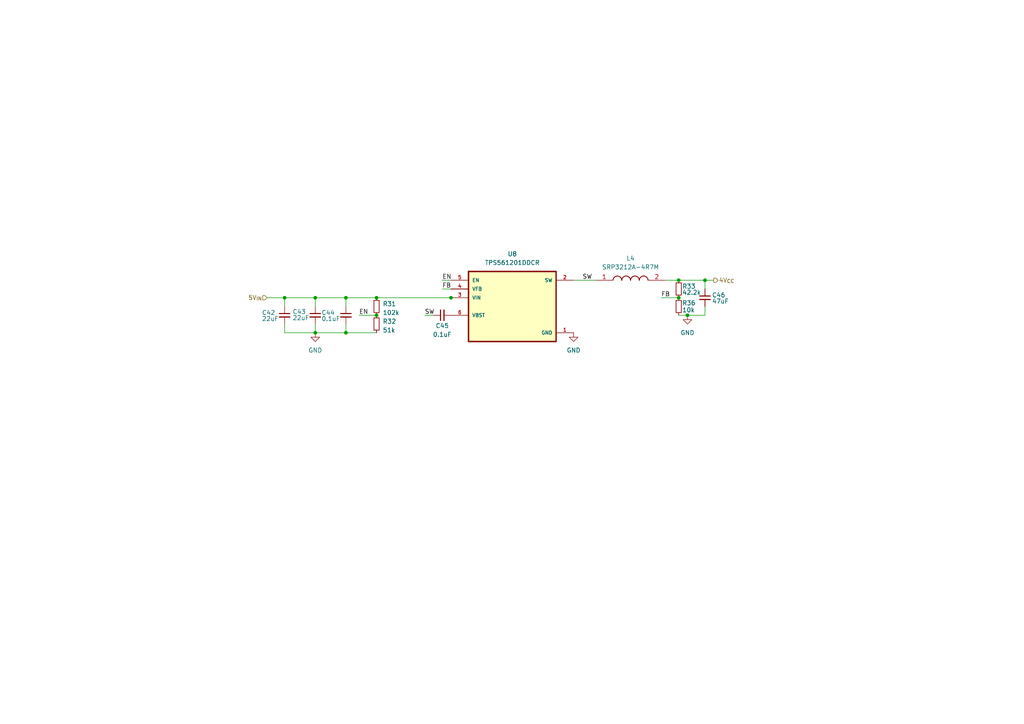
<source format=kicad_sch>
(kicad_sch (version 20240101) (generator "eeschema") (generator_version "8.99")
  (paper "A4")
  (lib_symbols
    (symbol "Device:C_Small" (pin_numbers hide) (pin_names (offset 0.254) hide)
      (property "Reference" "C" (at 0.254 1.778 0))
      (property "Value" "C_Small" (at 0.254 -2.032 0))
      (symbol "C_Small_0_1"
        (polyline (pts (xy -1.524 -0.508) (xy 1.524 -0.508)) (stroke (width 0.3302)))
        (polyline (pts (xy -1.524 0.508) (xy 1.524 0.508)) (stroke (width 0.3048)))
      )
      (symbol "C_Small_1_1"
        (pin passive line (at 0 2.54 270) (length 2.032) (name "~") (number "1"))
        (pin passive line (at 0 -2.54 90) (length 2.032) (name "~") (number "2"))
      )
    )
    (symbol "Device:R_Small" (pin_numbers hide) (pin_names (offset 0.254) hide)
      (property "Reference" "R" (at 0.762 0.508 0))
      (property "Value" "R_Small" (at 0.762 -1.016 0))
      (symbol "R_Small_0_1"
        (rectangle (start -0.762 1.778) (end 0.762 -1.778) (stroke (width 0.2032)))
      )
      (symbol "R_Small_1_1"
        (pin passive line (at 0 2.54 270) (length 0.762) (name "~") (number "1"))
        (pin passive line (at 0 -2.54 90) (length 0.762) (name "~") (number "2"))
      )
    )
    (symbol "SRP3212A-4R7M:SRP3212A-4R7M" (pin_names hide)
      (property "Reference" "L" (at 16.51 6.35 0))
      (property "Value" "SRP3212A-4R7M" (at 16.51 3.81 0))
      (symbol "SRP3212A-4R7M_1_1"
        (arc (start 7.62 0) (mid 6.35 1.219) (end 5.08 0) (stroke (width 0.254)))
        (arc (start 10.16 0) (mid 8.89 1.219) (end 7.62 0) (stroke (width 0.254)))
        (arc (start 12.7 0) (mid 11.43 1.219) (end 10.16 0) (stroke (width 0.254)))
        (arc (start 15.24 0) (mid 13.97 1.219) (end 12.7 0) (stroke (width 0.254)))
        (pin passive line (at 0 0 0) (length 5.08) (name "1") (number "1"))
        (pin passive line (at 20.32 0 180) (length 5.08) (name "2") (number "2"))
      )
    )
    (symbol "TPS561201DDCR:TPS561201DDCR" (pin_names (offset 1.016))
      (property "Reference" "U" (at -12.7 11.16 0))
      (property "Value" "TPS561201DDCR" (at -12.7 -14.16 0))
      (symbol "TPS561201DDCR_0_0"
        (rectangle (start -12.7 -10.16) (end 12.7 10.16) (stroke (width 0.41)) (fill (type background)))
        (pin power_in line (at 17.78 -7.62 180) (length 5.08) (name "GND") (number "1"))
        (pin output line (at 17.78 7.62 180) (length 5.08) (name "SW") (number "2"))
        (pin input line (at -17.78 2.54 0) (length 5.08) (name "VIN") (number "3"))
        (pin input line (at -17.78 5.08 0) (length 5.08) (name "VFB") (number "4"))
        (pin input line (at -17.78 7.62 0) (length 5.08) (name "EN") (number "5"))
        (pin bidirectional line (at -17.78 -2.54 0) (length 5.08) (name "VBST") (number "6"))
      )
    )
    (symbol "power:GND" (power) (pin_numbers hide) (pin_names (offset 0) hide)
      (property "Value" "GND" (at 0 -3.81 0))
      (symbol "GND_0_1"
        (polyline (pts (xy 0 0) (xy 0 -1.27) (xy 1.27 -1.27) (xy 0 -2.54) (xy -1.27 -1.27) (xy 0 -1.27)))
      )
      (symbol "GND_1_1"
        (pin power_in line (at 0 0 270) (length 0) (name "~") (number "1"))
      )
    )
  )
  (junction (at 109.22 86.36))
  (junction (at 109.22 91.44))
  (junction (at 100.33 96.52))
  (junction (at 130.81 86.36))
  (junction (at 199.39 91.44))
  (junction (at 82.55 86.36))
  (junction (at 204.47 81.28))
  (junction (at 196.85 81.28))
  (junction (at 91.44 86.36))
  (junction (at 91.44 96.52))
  (junction (at 196.85 86.36))
  (junction (at 100.33 86.36))
  (wire (pts (xy 82.55 93.98) (xy 82.55 96.52)))
  (wire (pts (xy 91.44 86.36) (xy 100.33 86.36)))
  (wire (pts (xy 91.44 88.9) (xy 91.44 86.36)))
  (wire (pts (xy 204.47 88.9) (xy 204.47 91.44)))
  (wire (pts (xy 77.47 86.36) (xy 82.55 86.36)))
  (wire (pts (xy 204.47 91.44) (xy 199.39 91.44)))
  (wire (pts (xy 104.14 91.44) (xy 109.22 91.44)))
  (wire (pts (xy 91.44 96.52) (xy 91.44 93.98)))
  (wire (pts (xy 100.33 93.98) (xy 100.33 96.52)))
  (wire (pts (xy 191.77 86.36) (xy 196.85 86.36)))
  (wire (pts (xy 100.33 96.52) (xy 109.22 96.52)))
  (wire (pts (xy 100.33 86.36) (xy 109.22 86.36)))
  (wire (pts (xy 82.55 86.36) (xy 91.44 86.36)))
  (wire (pts (xy 196.85 81.28) (xy 193.04 81.28)))
  (wire (pts (xy 123.19 91.44) (xy 125.73 91.44)))
  (wire (pts (xy 109.22 86.36) (xy 130.81 86.36)))
  (wire (pts (xy 128.27 83.82) (xy 130.81 83.82)))
  (wire (pts (xy 82.55 88.9) (xy 82.55 86.36)))
  (wire (pts (xy 204.47 81.28) (xy 207.01 81.28)))
  (wire (pts (xy 172.72 81.28) (xy 166.37 81.28)))
  (wire (pts (xy 199.39 91.44) (xy 196.85 91.44)))
  (wire (pts (xy 132.08 86.36) (xy 130.81 86.36)))
  (wire (pts (xy 82.55 96.52) (xy 91.44 96.52)))
  (wire (pts (xy 91.44 96.52) (xy 100.33 96.52)))
  (wire (pts (xy 196.85 81.28) (xy 204.47 81.28)))
  (wire (pts (xy 128.27 81.28) (xy 130.81 81.28)))
  (wire (pts (xy 204.47 81.28) (xy 204.47 83.82)))
  (wire (pts (xy 100.33 88.9) (xy 100.33 86.36)))
  (label "FB" (at 191.77 86.36 0))
  (label "EN" (at 128.27 81.28 0))
  (label "SW" (at 168.91 81.28 0))
  (label "FB" (at 128.27 83.82 0))
  (label "SW" (at 123.19 91.44 0))
  (label "EN" (at 104.14 91.44 0))
  (hierarchical_label "5V_{IN}" (shape input) (at 77.47 86.36 180))
  (hierarchical_label "4V_{CC}" (shape output) (at 207.01 81.28 0))
  (symbol (lib_id "power:GND") (at 91.44 96.52 0) (unit 1)
    (property "Reference" "#PWR058" (effects (hide yes)))
    (property "Value" "GND" (at 91.44 101.6 0))
    (property "Description" "Power symbol creates a global label with name \"GND\" , ground" (effects (hide yes)))
  )
  (symbol (lib_id "Device:R_Small") (at 196.85 83.82 0) (unit 1)
    (property "Reference" "R33" (at 197.866 83.058 0) (effects (justify left)))
    (property "Value" "42.2k" (at 197.866 84.836 0) (effects (justify left)))
    (property "Footprint" "Resistor_SMD:R_0402_1005Metric" (effects (hide yes)))
    (property "Description" "Resistor, small symbol" (effects (hide yes)))
  )
  (symbol (lib_id "Device:C_Small") (at 100.33 91.44 0) (unit 1)
    (property "Reference" "C44" (at 93.218 90.678 0) (effects (justify left)))
    (property "Value" "0.1uF" (at 93.218 92.4498 0) (effects (justify left)))
    (property "Footprint" "Capacitor_SMD:C_0402_1005Metric" (effects (hide yes)))
    (property "Description" "Unpolarized capacitor, small symbol" (effects (hide yes)))
  )
  (symbol (lib_id "power:GND") (at 199.39 91.44 0) (unit 1)
    (property "Reference" "#PWR063" (effects (hide yes)))
    (property "Value" "GND" (at 199.39 96.52 0))
    (property "Description" "Power symbol creates a global label with name \"GND\" , ground" (effects (hide yes)))
  )
  (symbol (lib_id "Device:C_Small") (at 128.27 91.44 90) (unit 1)
    (property "Reference" "C45" (at 128.27 94.488 90))
    (property "Value" "0.1uF" (at 128.27 97.028 90))
    (property "Footprint" "Capacitor_SMD:C_0402_1005Metric" (effects (hide yes)))
    (property "Description" "Unpolarized capacitor, small symbol" (effects (hide yes)))
  )
  (symbol (lib_id "Device:R_Small") (at 109.22 93.98 0) (unit 1)
    (property "Reference" "R32" (at 110.998 93.218 0) (effects (justify left)))
    (property "Value" "51k" (at 110.998 95.758 0) (effects (justify left)))
    (property "Footprint" "Resistor_SMD:R_0402_1005Metric" (effects (hide yes)))
    (property "Description" "Resistor, small symbol" (effects (hide yes)))
  )
  (symbol (lib_id "TPS561201DDCR:TPS561201DDCR") (at 148.59 88.9 0) (unit 1)
    (property "Reference" "U8" (at 148.59 73.66 0))
    (property "Value" "TPS561201DDCR" (at 148.59 76.2 0))
    (property "Footprint" "TPS561201DDCR:SOT95P280X110-6N" (effects (hide yes)))
    (property "MF" "Texas Instruments" (effects (hide yes)))
    (property "Description_1" "\n                        \n                            4.5V to 17V Input, 1A Synchronous Step-Down Voltage Regulator in 6-pin SOT-23\n                        \n" (effects (hide yes)))
    (property "Package" "SOT-23-THN-6 Texas Instruments" (effects (hide yes)))
    (property "Price" "None" (effects (hide yes)))
    (property "SnapEDA_Link" "https://www.snapeda.com/parts/TPS561201DDCR/Texas+Instruments/view-part/?ref=snap" (effects (hide yes)))
    (property "MP" "TPS561201DDCR" (effects (hide yes)))
    (property "Availability" "In Stock" (effects (hide yes)))
    (property "Check_prices" "https://www.snapeda.com/parts/TPS561201DDCR/Texas+Instruments/view-part/?ref=eda" (effects (hide yes)))
  )
  (symbol (lib_id "SRP3212A-4R7M:SRP3212A-4R7M") (at 172.72 81.28 0) (unit 1)
    (property "Reference" "L4" (at 182.88 74.93 0))
    (property "Value" "SRP3212A-4R7M" (at 182.88 77.47 0))
    (property "Footprint" "INDC3225X120N" (effects (hide yes)))
    (property "Datasheet" "https://www.bourns.com/docs/product-datasheets/srp3212.pdf" (effects (hide yes)))
    (property "Description" "Ind,3.2x2.5x1mm,4.7uH+/-20%,2.2A,shd" (effects (hide yes)))
    (property "Height" "1.2" (effects (hide yes)))
    (property "Mouser Part Number" "652-SRP3212A-4R7M" (effects (hide yes)))
    (property "Mouser Price/Stock" "https://www.mouser.co.uk/ProductDetail/Bourns/SRP3212A-4R7M?qs=t7xnP681wgUDaQ9KSPrZtA%3D%3D" (effects (hide yes)))
    (property "Manufacturer_Name" "Bourns" (effects (hide yes)))
    (property "Manufacturer_Part_Number" "SRP3212A-4R7M" (effects (hide yes)))
  )
  (symbol (lib_id "Device:R_Small") (at 109.22 88.9 0) (unit 1)
    (property "Reference" "R31" (at 110.998 88.138 0) (effects (justify left)))
    (property "Value" "102k" (at 110.998 90.678 0) (effects (justify left)))
    (property "Footprint" "Resistor_SMD:R_0402_1005Metric" (effects (hide yes)))
    (property "Description" "Resistor, small symbol" (effects (hide yes)))
  )
  (symbol (lib_id "Device:C_Small") (at 82.55 91.44 0) (unit 1)
    (property "Reference" "C42" (at 75.946 90.678 0) (effects (justify left)))
    (property "Value" "22uF" (at 75.946 92.4498 0) (effects (justify left)))
    (property "Footprint" "Capacitor_SMD:C_0402_1005Metric" (effects (hide yes)))
    (property "Description" "Unpolarized capacitor, small symbol" (effects (hide yes)))
  )
  (symbol (lib_id "Device:C_Small") (at 91.44 91.44 0) (unit 1)
    (property "Reference" "C43" (at 84.836 90.424 0) (effects (justify left)))
    (property "Value" "22uF" (at 84.836 92.1958 0) (effects (justify left)))
    (property "Footprint" "Capacitor_SMD:C_0402_1005Metric" (effects (hide yes)))
    (property "Description" "Unpolarized capacitor, small symbol" (effects (hide yes)))
  )
  (symbol (lib_id "Device:C_Small") (at 204.47 86.36 0) (unit 1)
    (property "Reference" "C46" (at 206.502 85.598 0) (effects (justify left)))
    (property "Value" "47uF" (at 206.502 87.3822 0) (effects (justify left)))
    (property "Footprint" "Capacitor_SMD:C_0402_1005Metric" (effects (hide yes)))
    (property "Description" "Unpolarized capacitor, small symbol" (effects (hide yes)))
  )
  (symbol (lib_id "Device:R_Small") (at 196.85 88.9 0) (unit 1)
    (property "Reference" "R36" (at 197.866 87.884 0) (effects (justify left)))
    (property "Value" "10k" (at 197.866 89.916 0) (effects (justify left)))
    (property "Footprint" "Resistor_SMD:R_0402_1005Metric" (effects (hide yes)))
    (property "Description" "Resistor, small symbol" (effects (hide yes)))
  )
  (symbol (lib_id "power:GND") (at 166.37 96.52 0) (unit 1)
    (property "Reference" "#PWR062" (effects (hide yes)))
    (property "Value" "GND" (at 166.37 101.6 0))
    (property "Description" "Power symbol creates a global label with name \"GND\" , ground" (effects (hide yes)))
  )
)
</source>
